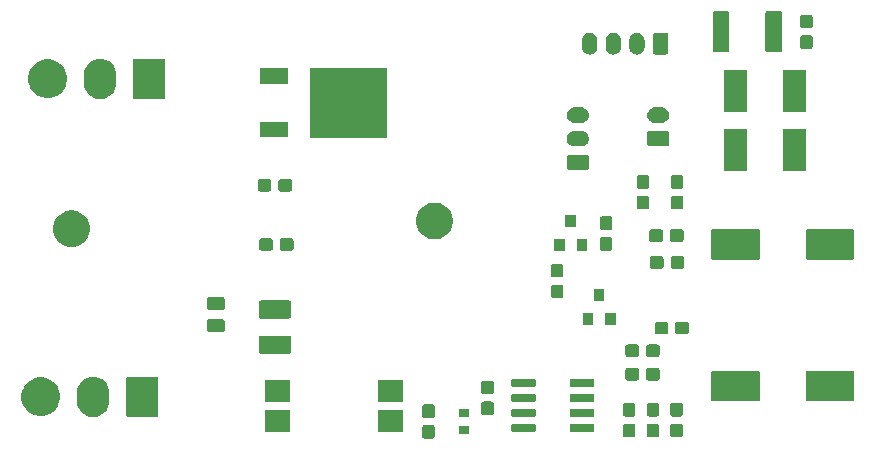
<source format=gbr>
G04 #@! TF.GenerationSoftware,KiCad,Pcbnew,5.1.5-52549c5~84~ubuntu18.04.1*
G04 #@! TF.CreationDate,2020-02-06T22:07:39-05:00*
G04 #@! TF.ProjectId,TSAL,5453414c-2e6b-4696-9361-645f70636258,rev?*
G04 #@! TF.SameCoordinates,Original*
G04 #@! TF.FileFunction,Soldermask,Top*
G04 #@! TF.FilePolarity,Negative*
%FSLAX46Y46*%
G04 Gerber Fmt 4.6, Leading zero omitted, Abs format (unit mm)*
G04 Created by KiCad (PCBNEW 5.1.5-52549c5~84~ubuntu18.04.1) date 2020-02-06 22:07:39*
%MOMM*%
%LPD*%
G04 APERTURE LIST*
%ADD10C,0.100000*%
G04 APERTURE END LIST*
D10*
G36*
X144364499Y-123303445D02*
G01*
X144401995Y-123314820D01*
X144436554Y-123333292D01*
X144466847Y-123358153D01*
X144491708Y-123388446D01*
X144510180Y-123423005D01*
X144521555Y-123460501D01*
X144526000Y-123505638D01*
X144526000Y-124244362D01*
X144521555Y-124289499D01*
X144510180Y-124326995D01*
X144491708Y-124361554D01*
X144466847Y-124391847D01*
X144436554Y-124416708D01*
X144401995Y-124435180D01*
X144364499Y-124446555D01*
X144319362Y-124451000D01*
X143680638Y-124451000D01*
X143635501Y-124446555D01*
X143598005Y-124435180D01*
X143563446Y-124416708D01*
X143533153Y-124391847D01*
X143508292Y-124361554D01*
X143489820Y-124326995D01*
X143478445Y-124289499D01*
X143474000Y-124244362D01*
X143474000Y-123505638D01*
X143478445Y-123460501D01*
X143489820Y-123423005D01*
X143508292Y-123388446D01*
X143533153Y-123358153D01*
X143563446Y-123333292D01*
X143598005Y-123314820D01*
X143635501Y-123303445D01*
X143680638Y-123299000D01*
X144319362Y-123299000D01*
X144364499Y-123303445D01*
G37*
G36*
X165364499Y-123178445D02*
G01*
X165401995Y-123189820D01*
X165436554Y-123208292D01*
X165466847Y-123233153D01*
X165491708Y-123263446D01*
X165510180Y-123298005D01*
X165521555Y-123335501D01*
X165526000Y-123380638D01*
X165526000Y-124119362D01*
X165521555Y-124164499D01*
X165510180Y-124201995D01*
X165491708Y-124236554D01*
X165466847Y-124266847D01*
X165436554Y-124291708D01*
X165401995Y-124310180D01*
X165364499Y-124321555D01*
X165319362Y-124326000D01*
X164680638Y-124326000D01*
X164635501Y-124321555D01*
X164598005Y-124310180D01*
X164563446Y-124291708D01*
X164533153Y-124266847D01*
X164508292Y-124236554D01*
X164489820Y-124201995D01*
X164478445Y-124164499D01*
X164474000Y-124119362D01*
X164474000Y-123380638D01*
X164478445Y-123335501D01*
X164489820Y-123298005D01*
X164508292Y-123263446D01*
X164533153Y-123233153D01*
X164563446Y-123208292D01*
X164598005Y-123189820D01*
X164635501Y-123178445D01*
X164680638Y-123174000D01*
X165319362Y-123174000D01*
X165364499Y-123178445D01*
G37*
G36*
X161364499Y-123178445D02*
G01*
X161401995Y-123189820D01*
X161436554Y-123208292D01*
X161466847Y-123233153D01*
X161491708Y-123263446D01*
X161510180Y-123298005D01*
X161521555Y-123335501D01*
X161526000Y-123380638D01*
X161526000Y-124119362D01*
X161521555Y-124164499D01*
X161510180Y-124201995D01*
X161491708Y-124236554D01*
X161466847Y-124266847D01*
X161436554Y-124291708D01*
X161401995Y-124310180D01*
X161364499Y-124321555D01*
X161319362Y-124326000D01*
X160680638Y-124326000D01*
X160635501Y-124321555D01*
X160598005Y-124310180D01*
X160563446Y-124291708D01*
X160533153Y-124266847D01*
X160508292Y-124236554D01*
X160489820Y-124201995D01*
X160478445Y-124164499D01*
X160474000Y-124119362D01*
X160474000Y-123380638D01*
X160478445Y-123335501D01*
X160489820Y-123298005D01*
X160508292Y-123263446D01*
X160533153Y-123233153D01*
X160563446Y-123208292D01*
X160598005Y-123189820D01*
X160635501Y-123178445D01*
X160680638Y-123174000D01*
X161319362Y-123174000D01*
X161364499Y-123178445D01*
G37*
G36*
X163364499Y-123178445D02*
G01*
X163401995Y-123189820D01*
X163436554Y-123208292D01*
X163466847Y-123233153D01*
X163491708Y-123263446D01*
X163510180Y-123298005D01*
X163521555Y-123335501D01*
X163526000Y-123380638D01*
X163526000Y-124119362D01*
X163521555Y-124164499D01*
X163510180Y-124201995D01*
X163491708Y-124236554D01*
X163466847Y-124266847D01*
X163436554Y-124291708D01*
X163401995Y-124310180D01*
X163364499Y-124321555D01*
X163319362Y-124326000D01*
X162680638Y-124326000D01*
X162635501Y-124321555D01*
X162598005Y-124310180D01*
X162563446Y-124291708D01*
X162533153Y-124266847D01*
X162508292Y-124236554D01*
X162489820Y-124201995D01*
X162478445Y-124164499D01*
X162474000Y-124119362D01*
X162474000Y-123380638D01*
X162478445Y-123335501D01*
X162489820Y-123298005D01*
X162508292Y-123263446D01*
X162533153Y-123233153D01*
X162563446Y-123208292D01*
X162598005Y-123189820D01*
X162635501Y-123178445D01*
X162680638Y-123174000D01*
X163319362Y-123174000D01*
X163364499Y-123178445D01*
G37*
G36*
X147401000Y-124051000D02*
G01*
X146599000Y-124051000D01*
X146599000Y-123349000D01*
X147401000Y-123349000D01*
X147401000Y-124051000D01*
G37*
G36*
X157934928Y-123191764D02*
G01*
X157956009Y-123198160D01*
X157975445Y-123208548D01*
X157992476Y-123222524D01*
X158006452Y-123239555D01*
X158016840Y-123258991D01*
X158023236Y-123280072D01*
X158026000Y-123308140D01*
X158026000Y-123771860D01*
X158023236Y-123799928D01*
X158016840Y-123821009D01*
X158006452Y-123840445D01*
X157992476Y-123857476D01*
X157975445Y-123871452D01*
X157956009Y-123881840D01*
X157934928Y-123888236D01*
X157906860Y-123891000D01*
X156093140Y-123891000D01*
X156065072Y-123888236D01*
X156043991Y-123881840D01*
X156024555Y-123871452D01*
X156007524Y-123857476D01*
X155993548Y-123840445D01*
X155983160Y-123821009D01*
X155976764Y-123799928D01*
X155974000Y-123771860D01*
X155974000Y-123308140D01*
X155976764Y-123280072D01*
X155983160Y-123258991D01*
X155993548Y-123239555D01*
X156007524Y-123222524D01*
X156024555Y-123208548D01*
X156043991Y-123198160D01*
X156065072Y-123191764D01*
X156093140Y-123189000D01*
X157906860Y-123189000D01*
X157934928Y-123191764D01*
G37*
G36*
X152984928Y-123191764D02*
G01*
X153006009Y-123198160D01*
X153025445Y-123208548D01*
X153042476Y-123222524D01*
X153056452Y-123239555D01*
X153066840Y-123258991D01*
X153073236Y-123280072D01*
X153076000Y-123308140D01*
X153076000Y-123771860D01*
X153073236Y-123799928D01*
X153066840Y-123821009D01*
X153056452Y-123840445D01*
X153042476Y-123857476D01*
X153025445Y-123871452D01*
X153006009Y-123881840D01*
X152984928Y-123888236D01*
X152956860Y-123891000D01*
X151143140Y-123891000D01*
X151115072Y-123888236D01*
X151093991Y-123881840D01*
X151074555Y-123871452D01*
X151057524Y-123857476D01*
X151043548Y-123840445D01*
X151033160Y-123821009D01*
X151026764Y-123799928D01*
X151024000Y-123771860D01*
X151024000Y-123308140D01*
X151026764Y-123280072D01*
X151033160Y-123258991D01*
X151043548Y-123239555D01*
X151057524Y-123222524D01*
X151074555Y-123208548D01*
X151093991Y-123198160D01*
X151115072Y-123191764D01*
X151143140Y-123189000D01*
X152956860Y-123189000D01*
X152984928Y-123191764D01*
G37*
G36*
X141833000Y-123877000D02*
G01*
X139731000Y-123877000D01*
X139731000Y-121995000D01*
X141833000Y-121995000D01*
X141833000Y-123877000D01*
G37*
G36*
X132303000Y-123877000D02*
G01*
X130201000Y-123877000D01*
X130201000Y-121995000D01*
X132303000Y-121995000D01*
X132303000Y-123877000D01*
G37*
G36*
X144364499Y-121553445D02*
G01*
X144401995Y-121564820D01*
X144436554Y-121583292D01*
X144466847Y-121608153D01*
X144491708Y-121638446D01*
X144510180Y-121673005D01*
X144521555Y-121710501D01*
X144526000Y-121755638D01*
X144526000Y-122494362D01*
X144521555Y-122539499D01*
X144510180Y-122576995D01*
X144491708Y-122611554D01*
X144466847Y-122641847D01*
X144436554Y-122666708D01*
X144401995Y-122685180D01*
X144364499Y-122696555D01*
X144319362Y-122701000D01*
X143680638Y-122701000D01*
X143635501Y-122696555D01*
X143598005Y-122685180D01*
X143563446Y-122666708D01*
X143533153Y-122641847D01*
X143508292Y-122611554D01*
X143489820Y-122576995D01*
X143478445Y-122539499D01*
X143474000Y-122494362D01*
X143474000Y-121755638D01*
X143478445Y-121710501D01*
X143489820Y-121673005D01*
X143508292Y-121638446D01*
X143533153Y-121608153D01*
X143563446Y-121583292D01*
X143598005Y-121564820D01*
X143635501Y-121553445D01*
X143680638Y-121549000D01*
X144319362Y-121549000D01*
X144364499Y-121553445D01*
G37*
G36*
X147401000Y-122651000D02*
G01*
X146599000Y-122651000D01*
X146599000Y-121949000D01*
X147401000Y-121949000D01*
X147401000Y-122651000D01*
G37*
G36*
X152984928Y-121921764D02*
G01*
X153006009Y-121928160D01*
X153025445Y-121938548D01*
X153042476Y-121952524D01*
X153056452Y-121969555D01*
X153066840Y-121988991D01*
X153073236Y-122010072D01*
X153076000Y-122038140D01*
X153076000Y-122501860D01*
X153073236Y-122529928D01*
X153066840Y-122551009D01*
X153056452Y-122570445D01*
X153042476Y-122587476D01*
X153025445Y-122601452D01*
X153006009Y-122611840D01*
X152984928Y-122618236D01*
X152956860Y-122621000D01*
X151143140Y-122621000D01*
X151115072Y-122618236D01*
X151093991Y-122611840D01*
X151074555Y-122601452D01*
X151057524Y-122587476D01*
X151043548Y-122570445D01*
X151033160Y-122551009D01*
X151026764Y-122529928D01*
X151024000Y-122501860D01*
X151024000Y-122038140D01*
X151026764Y-122010072D01*
X151033160Y-121988991D01*
X151043548Y-121969555D01*
X151057524Y-121952524D01*
X151074555Y-121938548D01*
X151093991Y-121928160D01*
X151115072Y-121921764D01*
X151143140Y-121919000D01*
X152956860Y-121919000D01*
X152984928Y-121921764D01*
G37*
G36*
X157934928Y-121921764D02*
G01*
X157956009Y-121928160D01*
X157975445Y-121938548D01*
X157992476Y-121952524D01*
X158006452Y-121969555D01*
X158016840Y-121988991D01*
X158023236Y-122010072D01*
X158026000Y-122038140D01*
X158026000Y-122501860D01*
X158023236Y-122529928D01*
X158016840Y-122551009D01*
X158006452Y-122570445D01*
X157992476Y-122587476D01*
X157975445Y-122601452D01*
X157956009Y-122611840D01*
X157934928Y-122618236D01*
X157906860Y-122621000D01*
X156093140Y-122621000D01*
X156065072Y-122618236D01*
X156043991Y-122611840D01*
X156024555Y-122601452D01*
X156007524Y-122587476D01*
X155993548Y-122570445D01*
X155983160Y-122551009D01*
X155976764Y-122529928D01*
X155974000Y-122501860D01*
X155974000Y-122038140D01*
X155976764Y-122010072D01*
X155983160Y-121988991D01*
X155993548Y-121969555D01*
X156007524Y-121952524D01*
X156024555Y-121938548D01*
X156043991Y-121928160D01*
X156065072Y-121921764D01*
X156093140Y-121919000D01*
X157906860Y-121919000D01*
X157934928Y-121921764D01*
G37*
G36*
X115889761Y-119222837D02*
G01*
X116148200Y-119301234D01*
X116386372Y-119428539D01*
X116595134Y-119599866D01*
X116766461Y-119808628D01*
X116893766Y-120046800D01*
X116972163Y-120305240D01*
X116992000Y-120506652D01*
X116992000Y-121301349D01*
X116972163Y-121502761D01*
X116893766Y-121761200D01*
X116766461Y-121999372D01*
X116595134Y-122208133D01*
X116386370Y-122379461D01*
X116148199Y-122506766D01*
X115889760Y-122585163D01*
X115621000Y-122611633D01*
X115352239Y-122585163D01*
X115093800Y-122506766D01*
X114855628Y-122379461D01*
X114646867Y-122208134D01*
X114475539Y-121999370D01*
X114348234Y-121761199D01*
X114269837Y-121502760D01*
X114250000Y-121301348D01*
X114250000Y-120506651D01*
X114269837Y-120305239D01*
X114348234Y-120046800D01*
X114475539Y-119808628D01*
X114646866Y-119599867D01*
X114702691Y-119554053D01*
X114855629Y-119428540D01*
X114855628Y-119428540D01*
X114855630Y-119428539D01*
X115093801Y-119301234D01*
X115352240Y-119222837D01*
X115621000Y-119196367D01*
X115889761Y-119222837D01*
G37*
G36*
X121004436Y-119206635D02*
G01*
X121034027Y-119215611D01*
X121061296Y-119230187D01*
X121085198Y-119249802D01*
X121104813Y-119273704D01*
X121119389Y-119300973D01*
X121128365Y-119330564D01*
X121132000Y-119367474D01*
X121132000Y-122440526D01*
X121128365Y-122477436D01*
X121119389Y-122507027D01*
X121104813Y-122534296D01*
X121085198Y-122558198D01*
X121061296Y-122577813D01*
X121034027Y-122592389D01*
X121004436Y-122601365D01*
X120967526Y-122605000D01*
X118554474Y-122605000D01*
X118517564Y-122601365D01*
X118487973Y-122592389D01*
X118460704Y-122577813D01*
X118436802Y-122558198D01*
X118417187Y-122534296D01*
X118402611Y-122507027D01*
X118393635Y-122477436D01*
X118390000Y-122440526D01*
X118390000Y-119367474D01*
X118393635Y-119330564D01*
X118402611Y-119300973D01*
X118417187Y-119273704D01*
X118436802Y-119249802D01*
X118460704Y-119230187D01*
X118487973Y-119215611D01*
X118517564Y-119206635D01*
X118554474Y-119203000D01*
X120967526Y-119203000D01*
X121004436Y-119206635D01*
G37*
G36*
X165364499Y-121428445D02*
G01*
X165401995Y-121439820D01*
X165436554Y-121458292D01*
X165466847Y-121483153D01*
X165491708Y-121513446D01*
X165510180Y-121548005D01*
X165521555Y-121585501D01*
X165526000Y-121630638D01*
X165526000Y-122369362D01*
X165521555Y-122414499D01*
X165510180Y-122451995D01*
X165491708Y-122486554D01*
X165466847Y-122516847D01*
X165436554Y-122541708D01*
X165401995Y-122560180D01*
X165364499Y-122571555D01*
X165319362Y-122576000D01*
X164680638Y-122576000D01*
X164635501Y-122571555D01*
X164598005Y-122560180D01*
X164563446Y-122541708D01*
X164533153Y-122516847D01*
X164508292Y-122486554D01*
X164489820Y-122451995D01*
X164478445Y-122414499D01*
X164474000Y-122369362D01*
X164474000Y-121630638D01*
X164478445Y-121585501D01*
X164489820Y-121548005D01*
X164508292Y-121513446D01*
X164533153Y-121483153D01*
X164563446Y-121458292D01*
X164598005Y-121439820D01*
X164635501Y-121428445D01*
X164680638Y-121424000D01*
X165319362Y-121424000D01*
X165364499Y-121428445D01*
G37*
G36*
X161364499Y-121428445D02*
G01*
X161401995Y-121439820D01*
X161436554Y-121458292D01*
X161466847Y-121483153D01*
X161491708Y-121513446D01*
X161510180Y-121548005D01*
X161521555Y-121585501D01*
X161526000Y-121630638D01*
X161526000Y-122369362D01*
X161521555Y-122414499D01*
X161510180Y-122451995D01*
X161491708Y-122486554D01*
X161466847Y-122516847D01*
X161436554Y-122541708D01*
X161401995Y-122560180D01*
X161364499Y-122571555D01*
X161319362Y-122576000D01*
X160680638Y-122576000D01*
X160635501Y-122571555D01*
X160598005Y-122560180D01*
X160563446Y-122541708D01*
X160533153Y-122516847D01*
X160508292Y-122486554D01*
X160489820Y-122451995D01*
X160478445Y-122414499D01*
X160474000Y-122369362D01*
X160474000Y-121630638D01*
X160478445Y-121585501D01*
X160489820Y-121548005D01*
X160508292Y-121513446D01*
X160533153Y-121483153D01*
X160563446Y-121458292D01*
X160598005Y-121439820D01*
X160635501Y-121428445D01*
X160680638Y-121424000D01*
X161319362Y-121424000D01*
X161364499Y-121428445D01*
G37*
G36*
X163364499Y-121428445D02*
G01*
X163401995Y-121439820D01*
X163436554Y-121458292D01*
X163466847Y-121483153D01*
X163491708Y-121513446D01*
X163510180Y-121548005D01*
X163521555Y-121585501D01*
X163526000Y-121630638D01*
X163526000Y-122369362D01*
X163521555Y-122414499D01*
X163510180Y-122451995D01*
X163491708Y-122486554D01*
X163466847Y-122516847D01*
X163436554Y-122541708D01*
X163401995Y-122560180D01*
X163364499Y-122571555D01*
X163319362Y-122576000D01*
X162680638Y-122576000D01*
X162635501Y-122571555D01*
X162598005Y-122560180D01*
X162563446Y-122541708D01*
X162533153Y-122516847D01*
X162508292Y-122486554D01*
X162489820Y-122451995D01*
X162478445Y-122414499D01*
X162474000Y-122369362D01*
X162474000Y-121630638D01*
X162478445Y-121585501D01*
X162489820Y-121548005D01*
X162508292Y-121513446D01*
X162533153Y-121483153D01*
X162563446Y-121458292D01*
X162598005Y-121439820D01*
X162635501Y-121428445D01*
X162680638Y-121424000D01*
X163319362Y-121424000D01*
X163364499Y-121428445D01*
G37*
G36*
X111659661Y-119326062D02*
G01*
X111958303Y-119449764D01*
X111958305Y-119449765D01*
X112227076Y-119629352D01*
X112455648Y-119857924D01*
X112604703Y-120081000D01*
X112635236Y-120126697D01*
X112758938Y-120425339D01*
X112822000Y-120742374D01*
X112822000Y-121065626D01*
X112758938Y-121382661D01*
X112665536Y-121608153D01*
X112635235Y-121681305D01*
X112455648Y-121950076D01*
X112227076Y-122178648D01*
X111958305Y-122358235D01*
X111958304Y-122358236D01*
X111958303Y-122358236D01*
X111659661Y-122481938D01*
X111342626Y-122545000D01*
X111019374Y-122545000D01*
X110702339Y-122481938D01*
X110403697Y-122358236D01*
X110403696Y-122358236D01*
X110403695Y-122358235D01*
X110134924Y-122178648D01*
X109906352Y-121950076D01*
X109726765Y-121681305D01*
X109696464Y-121608153D01*
X109603062Y-121382661D01*
X109540000Y-121065626D01*
X109540000Y-120742374D01*
X109603062Y-120425339D01*
X109726764Y-120126697D01*
X109757298Y-120081000D01*
X109906352Y-119857924D01*
X110134924Y-119629352D01*
X110403695Y-119449765D01*
X110403697Y-119449764D01*
X110702339Y-119326062D01*
X111019374Y-119263000D01*
X111342626Y-119263000D01*
X111659661Y-119326062D01*
G37*
G36*
X149364499Y-121303445D02*
G01*
X149401995Y-121314820D01*
X149436554Y-121333292D01*
X149466847Y-121358153D01*
X149491708Y-121388446D01*
X149510180Y-121423005D01*
X149521555Y-121460501D01*
X149526000Y-121505638D01*
X149526000Y-122244362D01*
X149521555Y-122289499D01*
X149510180Y-122326995D01*
X149491708Y-122361554D01*
X149466847Y-122391847D01*
X149436554Y-122416708D01*
X149401995Y-122435180D01*
X149364499Y-122446555D01*
X149319362Y-122451000D01*
X148680638Y-122451000D01*
X148635501Y-122446555D01*
X148598005Y-122435180D01*
X148563446Y-122416708D01*
X148533153Y-122391847D01*
X148508292Y-122361554D01*
X148489820Y-122326995D01*
X148478445Y-122289499D01*
X148474000Y-122244362D01*
X148474000Y-121505638D01*
X148478445Y-121460501D01*
X148489820Y-121423005D01*
X148508292Y-121388446D01*
X148533153Y-121358153D01*
X148563446Y-121333292D01*
X148598005Y-121314820D01*
X148635501Y-121303445D01*
X148680638Y-121299000D01*
X149319362Y-121299000D01*
X149364499Y-121303445D01*
G37*
G36*
X152984928Y-120651764D02*
G01*
X153006009Y-120658160D01*
X153025445Y-120668548D01*
X153042476Y-120682524D01*
X153056452Y-120699555D01*
X153066840Y-120718991D01*
X153073236Y-120740072D01*
X153076000Y-120768140D01*
X153076000Y-121231860D01*
X153073236Y-121259928D01*
X153066840Y-121281009D01*
X153056452Y-121300445D01*
X153042476Y-121317476D01*
X153025445Y-121331452D01*
X153006009Y-121341840D01*
X152984928Y-121348236D01*
X152956860Y-121351000D01*
X151143140Y-121351000D01*
X151115072Y-121348236D01*
X151093991Y-121341840D01*
X151074555Y-121331452D01*
X151057524Y-121317476D01*
X151043548Y-121300445D01*
X151033160Y-121281009D01*
X151026764Y-121259928D01*
X151024000Y-121231860D01*
X151024000Y-120768140D01*
X151026764Y-120740072D01*
X151033160Y-120718991D01*
X151043548Y-120699555D01*
X151057524Y-120682524D01*
X151074555Y-120668548D01*
X151093991Y-120658160D01*
X151115072Y-120651764D01*
X151143140Y-120649000D01*
X152956860Y-120649000D01*
X152984928Y-120651764D01*
G37*
G36*
X157934928Y-120651764D02*
G01*
X157956009Y-120658160D01*
X157975445Y-120668548D01*
X157992476Y-120682524D01*
X158006452Y-120699555D01*
X158016840Y-120718991D01*
X158023236Y-120740072D01*
X158026000Y-120768140D01*
X158026000Y-121231860D01*
X158023236Y-121259928D01*
X158016840Y-121281009D01*
X158006452Y-121300445D01*
X157992476Y-121317476D01*
X157975445Y-121331452D01*
X157956009Y-121341840D01*
X157934928Y-121348236D01*
X157906860Y-121351000D01*
X156093140Y-121351000D01*
X156065072Y-121348236D01*
X156043991Y-121341840D01*
X156024555Y-121331452D01*
X156007524Y-121317476D01*
X155993548Y-121300445D01*
X155983160Y-121281009D01*
X155976764Y-121259928D01*
X155974000Y-121231860D01*
X155974000Y-120768140D01*
X155976764Y-120740072D01*
X155983160Y-120718991D01*
X155993548Y-120699555D01*
X156007524Y-120682524D01*
X156024555Y-120668548D01*
X156043991Y-120658160D01*
X156065072Y-120651764D01*
X156093140Y-120649000D01*
X157906860Y-120649000D01*
X157934928Y-120651764D01*
G37*
G36*
X141833000Y-121337000D02*
G01*
X139731000Y-121337000D01*
X139731000Y-119455000D01*
X141833000Y-119455000D01*
X141833000Y-121337000D01*
G37*
G36*
X132303000Y-121337000D02*
G01*
X130201000Y-121337000D01*
X130201000Y-119455000D01*
X132303000Y-119455000D01*
X132303000Y-121337000D01*
G37*
G36*
X171921934Y-118702671D02*
G01*
X171951877Y-118711754D01*
X171979465Y-118726500D01*
X172003651Y-118746349D01*
X172023500Y-118770535D01*
X172038246Y-118798123D01*
X172047329Y-118828066D01*
X172051000Y-118865340D01*
X172051000Y-121134660D01*
X172047329Y-121171934D01*
X172038246Y-121201877D01*
X172023500Y-121229465D01*
X172003651Y-121253651D01*
X171979465Y-121273500D01*
X171951877Y-121288246D01*
X171921934Y-121297329D01*
X171884660Y-121301000D01*
X168115340Y-121301000D01*
X168078066Y-121297329D01*
X168048123Y-121288246D01*
X168020535Y-121273500D01*
X167996349Y-121253651D01*
X167976500Y-121229465D01*
X167961754Y-121201877D01*
X167952671Y-121171934D01*
X167949000Y-121134660D01*
X167949000Y-118865340D01*
X167952671Y-118828066D01*
X167961754Y-118798123D01*
X167976500Y-118770535D01*
X167996349Y-118746349D01*
X168020535Y-118726500D01*
X168048123Y-118711754D01*
X168078066Y-118702671D01*
X168115340Y-118699000D01*
X171884660Y-118699000D01*
X171921934Y-118702671D01*
G37*
G36*
X179921934Y-118702671D02*
G01*
X179951877Y-118711754D01*
X179979465Y-118726500D01*
X180003651Y-118746349D01*
X180023500Y-118770535D01*
X180038246Y-118798123D01*
X180047329Y-118828066D01*
X180051000Y-118865340D01*
X180051000Y-121134660D01*
X180047329Y-121171934D01*
X180038246Y-121201877D01*
X180023500Y-121229465D01*
X180003651Y-121253651D01*
X179979465Y-121273500D01*
X179951877Y-121288246D01*
X179921934Y-121297329D01*
X179884660Y-121301000D01*
X176115340Y-121301000D01*
X176078066Y-121297329D01*
X176048123Y-121288246D01*
X176020535Y-121273500D01*
X175996349Y-121253651D01*
X175976500Y-121229465D01*
X175961754Y-121201877D01*
X175952671Y-121171934D01*
X175949000Y-121134660D01*
X175949000Y-118865340D01*
X175952671Y-118828066D01*
X175961754Y-118798123D01*
X175976500Y-118770535D01*
X175996349Y-118746349D01*
X176020535Y-118726500D01*
X176048123Y-118711754D01*
X176078066Y-118702671D01*
X176115340Y-118699000D01*
X179884660Y-118699000D01*
X179921934Y-118702671D01*
G37*
G36*
X149364499Y-119553445D02*
G01*
X149401995Y-119564820D01*
X149436554Y-119583292D01*
X149466847Y-119608153D01*
X149491708Y-119638446D01*
X149510180Y-119673005D01*
X149521555Y-119710501D01*
X149526000Y-119755638D01*
X149526000Y-120494362D01*
X149521555Y-120539499D01*
X149510180Y-120576995D01*
X149491708Y-120611554D01*
X149466847Y-120641847D01*
X149436554Y-120666708D01*
X149401995Y-120685180D01*
X149364499Y-120696555D01*
X149319362Y-120701000D01*
X148680638Y-120701000D01*
X148635501Y-120696555D01*
X148598005Y-120685180D01*
X148563446Y-120666708D01*
X148533153Y-120641847D01*
X148508292Y-120611554D01*
X148489820Y-120576995D01*
X148478445Y-120539499D01*
X148474000Y-120494362D01*
X148474000Y-119755638D01*
X148478445Y-119710501D01*
X148489820Y-119673005D01*
X148508292Y-119638446D01*
X148533153Y-119608153D01*
X148563446Y-119583292D01*
X148598005Y-119564820D01*
X148635501Y-119553445D01*
X148680638Y-119549000D01*
X149319362Y-119549000D01*
X149364499Y-119553445D01*
G37*
G36*
X157934928Y-119381764D02*
G01*
X157956009Y-119388160D01*
X157975445Y-119398548D01*
X157992476Y-119412524D01*
X158006452Y-119429555D01*
X158016840Y-119448991D01*
X158023236Y-119470072D01*
X158026000Y-119498140D01*
X158026000Y-119961860D01*
X158023236Y-119989928D01*
X158016840Y-120011009D01*
X158006452Y-120030445D01*
X157992476Y-120047476D01*
X157975445Y-120061452D01*
X157956009Y-120071840D01*
X157934928Y-120078236D01*
X157906860Y-120081000D01*
X156093140Y-120081000D01*
X156065072Y-120078236D01*
X156043991Y-120071840D01*
X156024555Y-120061452D01*
X156007524Y-120047476D01*
X155993548Y-120030445D01*
X155983160Y-120011009D01*
X155976764Y-119989928D01*
X155974000Y-119961860D01*
X155974000Y-119498140D01*
X155976764Y-119470072D01*
X155983160Y-119448991D01*
X155993548Y-119429555D01*
X156007524Y-119412524D01*
X156024555Y-119398548D01*
X156043991Y-119388160D01*
X156065072Y-119381764D01*
X156093140Y-119379000D01*
X157906860Y-119379000D01*
X157934928Y-119381764D01*
G37*
G36*
X152984928Y-119381764D02*
G01*
X153006009Y-119388160D01*
X153025445Y-119398548D01*
X153042476Y-119412524D01*
X153056452Y-119429555D01*
X153066840Y-119448991D01*
X153073236Y-119470072D01*
X153076000Y-119498140D01*
X153076000Y-119961860D01*
X153073236Y-119989928D01*
X153066840Y-120011009D01*
X153056452Y-120030445D01*
X153042476Y-120047476D01*
X153025445Y-120061452D01*
X153006009Y-120071840D01*
X152984928Y-120078236D01*
X152956860Y-120081000D01*
X151143140Y-120081000D01*
X151115072Y-120078236D01*
X151093991Y-120071840D01*
X151074555Y-120061452D01*
X151057524Y-120047476D01*
X151043548Y-120030445D01*
X151033160Y-120011009D01*
X151026764Y-119989928D01*
X151024000Y-119961860D01*
X151024000Y-119498140D01*
X151026764Y-119470072D01*
X151033160Y-119448991D01*
X151043548Y-119429555D01*
X151057524Y-119412524D01*
X151074555Y-119398548D01*
X151093991Y-119388160D01*
X151115072Y-119381764D01*
X151143140Y-119379000D01*
X152956860Y-119379000D01*
X152984928Y-119381764D01*
G37*
G36*
X161664499Y-118478445D02*
G01*
X161701995Y-118489820D01*
X161736554Y-118508292D01*
X161766847Y-118533153D01*
X161791708Y-118563446D01*
X161810180Y-118598005D01*
X161821555Y-118635501D01*
X161826000Y-118680638D01*
X161826000Y-119319362D01*
X161821555Y-119364499D01*
X161810180Y-119401995D01*
X161791708Y-119436554D01*
X161766847Y-119466847D01*
X161736554Y-119491708D01*
X161701995Y-119510180D01*
X161664499Y-119521555D01*
X161619362Y-119526000D01*
X160880638Y-119526000D01*
X160835501Y-119521555D01*
X160798005Y-119510180D01*
X160763446Y-119491708D01*
X160733153Y-119466847D01*
X160708292Y-119436554D01*
X160689820Y-119401995D01*
X160678445Y-119364499D01*
X160674000Y-119319362D01*
X160674000Y-118680638D01*
X160678445Y-118635501D01*
X160689820Y-118598005D01*
X160708292Y-118563446D01*
X160733153Y-118533153D01*
X160763446Y-118508292D01*
X160798005Y-118489820D01*
X160835501Y-118478445D01*
X160880638Y-118474000D01*
X161619362Y-118474000D01*
X161664499Y-118478445D01*
G37*
G36*
X163414499Y-118478445D02*
G01*
X163451995Y-118489820D01*
X163486554Y-118508292D01*
X163516847Y-118533153D01*
X163541708Y-118563446D01*
X163560180Y-118598005D01*
X163571555Y-118635501D01*
X163576000Y-118680638D01*
X163576000Y-119319362D01*
X163571555Y-119364499D01*
X163560180Y-119401995D01*
X163541708Y-119436554D01*
X163516847Y-119466847D01*
X163486554Y-119491708D01*
X163451995Y-119510180D01*
X163414499Y-119521555D01*
X163369362Y-119526000D01*
X162630638Y-119526000D01*
X162585501Y-119521555D01*
X162548005Y-119510180D01*
X162513446Y-119491708D01*
X162483153Y-119466847D01*
X162458292Y-119436554D01*
X162439820Y-119401995D01*
X162428445Y-119364499D01*
X162424000Y-119319362D01*
X162424000Y-118680638D01*
X162428445Y-118635501D01*
X162439820Y-118598005D01*
X162458292Y-118563446D01*
X162483153Y-118533153D01*
X162513446Y-118508292D01*
X162548005Y-118489820D01*
X162585501Y-118478445D01*
X162630638Y-118474000D01*
X163369362Y-118474000D01*
X163414499Y-118478445D01*
G37*
G36*
X163414499Y-116478445D02*
G01*
X163451995Y-116489820D01*
X163486554Y-116508292D01*
X163516847Y-116533153D01*
X163541708Y-116563446D01*
X163560180Y-116598005D01*
X163571555Y-116635501D01*
X163576000Y-116680638D01*
X163576000Y-117319362D01*
X163571555Y-117364499D01*
X163560180Y-117401995D01*
X163541708Y-117436554D01*
X163516847Y-117466847D01*
X163486554Y-117491708D01*
X163451995Y-117510180D01*
X163414499Y-117521555D01*
X163369362Y-117526000D01*
X162630638Y-117526000D01*
X162585501Y-117521555D01*
X162548005Y-117510180D01*
X162513446Y-117491708D01*
X162483153Y-117466847D01*
X162458292Y-117436554D01*
X162439820Y-117401995D01*
X162428445Y-117364499D01*
X162424000Y-117319362D01*
X162424000Y-116680638D01*
X162428445Y-116635501D01*
X162439820Y-116598005D01*
X162458292Y-116563446D01*
X162483153Y-116533153D01*
X162513446Y-116508292D01*
X162548005Y-116489820D01*
X162585501Y-116478445D01*
X162630638Y-116474000D01*
X163369362Y-116474000D01*
X163414499Y-116478445D01*
G37*
G36*
X161664499Y-116478445D02*
G01*
X161701995Y-116489820D01*
X161736554Y-116508292D01*
X161766847Y-116533153D01*
X161791708Y-116563446D01*
X161810180Y-116598005D01*
X161821555Y-116635501D01*
X161826000Y-116680638D01*
X161826000Y-117319362D01*
X161821555Y-117364499D01*
X161810180Y-117401995D01*
X161791708Y-117436554D01*
X161766847Y-117466847D01*
X161736554Y-117491708D01*
X161701995Y-117510180D01*
X161664499Y-117521555D01*
X161619362Y-117526000D01*
X160880638Y-117526000D01*
X160835501Y-117521555D01*
X160798005Y-117510180D01*
X160763446Y-117491708D01*
X160733153Y-117466847D01*
X160708292Y-117436554D01*
X160689820Y-117401995D01*
X160678445Y-117364499D01*
X160674000Y-117319362D01*
X160674000Y-116680638D01*
X160678445Y-116635501D01*
X160689820Y-116598005D01*
X160708292Y-116563446D01*
X160733153Y-116533153D01*
X160763446Y-116508292D01*
X160798005Y-116489820D01*
X160835501Y-116478445D01*
X160880638Y-116474000D01*
X161619362Y-116474000D01*
X161664499Y-116478445D01*
G37*
G36*
X132225562Y-115728181D02*
G01*
X132260481Y-115738774D01*
X132292663Y-115755976D01*
X132320873Y-115779127D01*
X132344024Y-115807337D01*
X132361226Y-115839519D01*
X132371819Y-115874438D01*
X132376000Y-115916895D01*
X132376000Y-117058105D01*
X132371819Y-117100562D01*
X132361226Y-117135481D01*
X132344024Y-117167663D01*
X132320873Y-117195873D01*
X132292663Y-117219024D01*
X132260481Y-117236226D01*
X132225562Y-117246819D01*
X132183105Y-117251000D01*
X129816895Y-117251000D01*
X129774438Y-117246819D01*
X129739519Y-117236226D01*
X129707337Y-117219024D01*
X129679127Y-117195873D01*
X129655976Y-117167663D01*
X129638774Y-117135481D01*
X129628181Y-117100562D01*
X129624000Y-117058105D01*
X129624000Y-115916895D01*
X129628181Y-115874438D01*
X129638774Y-115839519D01*
X129655976Y-115807337D01*
X129679127Y-115779127D01*
X129707337Y-115755976D01*
X129739519Y-115738774D01*
X129774438Y-115728181D01*
X129816895Y-115724000D01*
X132183105Y-115724000D01*
X132225562Y-115728181D01*
G37*
G36*
X165889499Y-114578445D02*
G01*
X165926995Y-114589820D01*
X165961554Y-114608292D01*
X165991847Y-114633153D01*
X166016708Y-114663446D01*
X166035180Y-114698005D01*
X166046555Y-114735501D01*
X166051000Y-114780638D01*
X166051000Y-115419362D01*
X166046555Y-115464499D01*
X166035180Y-115501995D01*
X166016708Y-115536554D01*
X165991847Y-115566847D01*
X165961554Y-115591708D01*
X165926995Y-115610180D01*
X165889499Y-115621555D01*
X165844362Y-115626000D01*
X165105638Y-115626000D01*
X165060501Y-115621555D01*
X165023005Y-115610180D01*
X164988446Y-115591708D01*
X164958153Y-115566847D01*
X164933292Y-115536554D01*
X164914820Y-115501995D01*
X164903445Y-115464499D01*
X164899000Y-115419362D01*
X164899000Y-114780638D01*
X164903445Y-114735501D01*
X164914820Y-114698005D01*
X164933292Y-114663446D01*
X164958153Y-114633153D01*
X164988446Y-114608292D01*
X165023005Y-114589820D01*
X165060501Y-114578445D01*
X165105638Y-114574000D01*
X165844362Y-114574000D01*
X165889499Y-114578445D01*
G37*
G36*
X164139499Y-114578445D02*
G01*
X164176995Y-114589820D01*
X164211554Y-114608292D01*
X164241847Y-114633153D01*
X164266708Y-114663446D01*
X164285180Y-114698005D01*
X164296555Y-114735501D01*
X164301000Y-114780638D01*
X164301000Y-115419362D01*
X164296555Y-115464499D01*
X164285180Y-115501995D01*
X164266708Y-115536554D01*
X164241847Y-115566847D01*
X164211554Y-115591708D01*
X164176995Y-115610180D01*
X164139499Y-115621555D01*
X164094362Y-115626000D01*
X163355638Y-115626000D01*
X163310501Y-115621555D01*
X163273005Y-115610180D01*
X163238446Y-115591708D01*
X163208153Y-115566847D01*
X163183292Y-115536554D01*
X163164820Y-115501995D01*
X163153445Y-115464499D01*
X163149000Y-115419362D01*
X163149000Y-114780638D01*
X163153445Y-114735501D01*
X163164820Y-114698005D01*
X163183292Y-114663446D01*
X163208153Y-114633153D01*
X163238446Y-114608292D01*
X163273005Y-114589820D01*
X163310501Y-114578445D01*
X163355638Y-114574000D01*
X164094362Y-114574000D01*
X164139499Y-114578445D01*
G37*
G36*
X126584468Y-114341065D02*
G01*
X126623138Y-114352796D01*
X126658777Y-114371846D01*
X126690017Y-114397483D01*
X126715654Y-114428723D01*
X126734704Y-114464362D01*
X126746435Y-114503032D01*
X126751000Y-114549388D01*
X126751000Y-115200612D01*
X126746435Y-115246968D01*
X126734704Y-115285638D01*
X126715654Y-115321277D01*
X126690017Y-115352517D01*
X126658777Y-115378154D01*
X126623138Y-115397204D01*
X126584468Y-115408935D01*
X126538112Y-115413500D01*
X125461888Y-115413500D01*
X125415532Y-115408935D01*
X125376862Y-115397204D01*
X125341223Y-115378154D01*
X125309983Y-115352517D01*
X125284346Y-115321277D01*
X125265296Y-115285638D01*
X125253565Y-115246968D01*
X125249000Y-115200612D01*
X125249000Y-114549388D01*
X125253565Y-114503032D01*
X125265296Y-114464362D01*
X125284346Y-114428723D01*
X125309983Y-114397483D01*
X125341223Y-114371846D01*
X125376862Y-114352796D01*
X125415532Y-114341065D01*
X125461888Y-114336500D01*
X126538112Y-114336500D01*
X126584468Y-114341065D01*
G37*
G36*
X159851000Y-114801000D02*
G01*
X158949000Y-114801000D01*
X158949000Y-113799000D01*
X159851000Y-113799000D01*
X159851000Y-114801000D01*
G37*
G36*
X157951000Y-114801000D02*
G01*
X157049000Y-114801000D01*
X157049000Y-113799000D01*
X157951000Y-113799000D01*
X157951000Y-114801000D01*
G37*
G36*
X132225562Y-112753181D02*
G01*
X132260481Y-112763774D01*
X132292663Y-112780976D01*
X132320873Y-112804127D01*
X132344024Y-112832337D01*
X132361226Y-112864519D01*
X132371819Y-112899438D01*
X132376000Y-112941895D01*
X132376000Y-114083105D01*
X132371819Y-114125562D01*
X132361226Y-114160481D01*
X132344024Y-114192663D01*
X132320873Y-114220873D01*
X132292663Y-114244024D01*
X132260481Y-114261226D01*
X132225562Y-114271819D01*
X132183105Y-114276000D01*
X129816895Y-114276000D01*
X129774438Y-114271819D01*
X129739519Y-114261226D01*
X129707337Y-114244024D01*
X129679127Y-114220873D01*
X129655976Y-114192663D01*
X129638774Y-114160481D01*
X129628181Y-114125562D01*
X129624000Y-114083105D01*
X129624000Y-112941895D01*
X129628181Y-112899438D01*
X129638774Y-112864519D01*
X129655976Y-112832337D01*
X129679127Y-112804127D01*
X129707337Y-112780976D01*
X129739519Y-112763774D01*
X129774438Y-112753181D01*
X129816895Y-112749000D01*
X132183105Y-112749000D01*
X132225562Y-112753181D01*
G37*
G36*
X126584468Y-112466065D02*
G01*
X126623138Y-112477796D01*
X126658777Y-112496846D01*
X126690017Y-112522483D01*
X126715654Y-112553723D01*
X126734704Y-112589362D01*
X126746435Y-112628032D01*
X126751000Y-112674388D01*
X126751000Y-113325612D01*
X126746435Y-113371968D01*
X126734704Y-113410638D01*
X126715654Y-113446277D01*
X126690017Y-113477517D01*
X126658777Y-113503154D01*
X126623138Y-113522204D01*
X126584468Y-113533935D01*
X126538112Y-113538500D01*
X125461888Y-113538500D01*
X125415532Y-113533935D01*
X125376862Y-113522204D01*
X125341223Y-113503154D01*
X125309983Y-113477517D01*
X125284346Y-113446277D01*
X125265296Y-113410638D01*
X125253565Y-113371968D01*
X125249000Y-113325612D01*
X125249000Y-112674388D01*
X125253565Y-112628032D01*
X125265296Y-112589362D01*
X125284346Y-112553723D01*
X125309983Y-112522483D01*
X125341223Y-112496846D01*
X125376862Y-112477796D01*
X125415532Y-112466065D01*
X125461888Y-112461500D01*
X126538112Y-112461500D01*
X126584468Y-112466065D01*
G37*
G36*
X158901000Y-112801000D02*
G01*
X157999000Y-112801000D01*
X157999000Y-111799000D01*
X158901000Y-111799000D01*
X158901000Y-112801000D01*
G37*
G36*
X155264499Y-111403445D02*
G01*
X155301995Y-111414820D01*
X155336554Y-111433292D01*
X155366847Y-111458153D01*
X155391708Y-111488446D01*
X155410180Y-111523005D01*
X155421555Y-111560501D01*
X155426000Y-111605638D01*
X155426000Y-112344362D01*
X155421555Y-112389499D01*
X155410180Y-112426995D01*
X155391708Y-112461554D01*
X155366847Y-112491847D01*
X155336554Y-112516708D01*
X155301995Y-112535180D01*
X155264499Y-112546555D01*
X155219362Y-112551000D01*
X154580638Y-112551000D01*
X154535501Y-112546555D01*
X154498005Y-112535180D01*
X154463446Y-112516708D01*
X154433153Y-112491847D01*
X154408292Y-112461554D01*
X154389820Y-112426995D01*
X154378445Y-112389499D01*
X154374000Y-112344362D01*
X154374000Y-111605638D01*
X154378445Y-111560501D01*
X154389820Y-111523005D01*
X154408292Y-111488446D01*
X154433153Y-111458153D01*
X154463446Y-111433292D01*
X154498005Y-111414820D01*
X154535501Y-111403445D01*
X154580638Y-111399000D01*
X155219362Y-111399000D01*
X155264499Y-111403445D01*
G37*
G36*
X155264499Y-109653445D02*
G01*
X155301995Y-109664820D01*
X155336554Y-109683292D01*
X155366847Y-109708153D01*
X155391708Y-109738446D01*
X155410180Y-109773005D01*
X155421555Y-109810501D01*
X155426000Y-109855638D01*
X155426000Y-110594362D01*
X155421555Y-110639499D01*
X155410180Y-110676995D01*
X155391708Y-110711554D01*
X155366847Y-110741847D01*
X155336554Y-110766708D01*
X155301995Y-110785180D01*
X155264499Y-110796555D01*
X155219362Y-110801000D01*
X154580638Y-110801000D01*
X154535501Y-110796555D01*
X154498005Y-110785180D01*
X154463446Y-110766708D01*
X154433153Y-110741847D01*
X154408292Y-110711554D01*
X154389820Y-110676995D01*
X154378445Y-110639499D01*
X154374000Y-110594362D01*
X154374000Y-109855638D01*
X154378445Y-109810501D01*
X154389820Y-109773005D01*
X154408292Y-109738446D01*
X154433153Y-109708153D01*
X154463446Y-109683292D01*
X154498005Y-109664820D01*
X154535501Y-109653445D01*
X154580638Y-109649000D01*
X155219362Y-109649000D01*
X155264499Y-109653445D01*
G37*
G36*
X165489499Y-109003445D02*
G01*
X165526995Y-109014820D01*
X165561554Y-109033292D01*
X165591847Y-109058153D01*
X165616708Y-109088446D01*
X165635180Y-109123005D01*
X165646555Y-109160501D01*
X165651000Y-109205638D01*
X165651000Y-109844362D01*
X165646555Y-109889499D01*
X165635180Y-109926995D01*
X165616708Y-109961554D01*
X165591847Y-109991847D01*
X165561554Y-110016708D01*
X165526995Y-110035180D01*
X165489499Y-110046555D01*
X165444362Y-110051000D01*
X164705638Y-110051000D01*
X164660501Y-110046555D01*
X164623005Y-110035180D01*
X164588446Y-110016708D01*
X164558153Y-109991847D01*
X164533292Y-109961554D01*
X164514820Y-109926995D01*
X164503445Y-109889499D01*
X164499000Y-109844362D01*
X164499000Y-109205638D01*
X164503445Y-109160501D01*
X164514820Y-109123005D01*
X164533292Y-109088446D01*
X164558153Y-109058153D01*
X164588446Y-109033292D01*
X164623005Y-109014820D01*
X164660501Y-109003445D01*
X164705638Y-108999000D01*
X165444362Y-108999000D01*
X165489499Y-109003445D01*
G37*
G36*
X163739499Y-109003445D02*
G01*
X163776995Y-109014820D01*
X163811554Y-109033292D01*
X163841847Y-109058153D01*
X163866708Y-109088446D01*
X163885180Y-109123005D01*
X163896555Y-109160501D01*
X163901000Y-109205638D01*
X163901000Y-109844362D01*
X163896555Y-109889499D01*
X163885180Y-109926995D01*
X163866708Y-109961554D01*
X163841847Y-109991847D01*
X163811554Y-110016708D01*
X163776995Y-110035180D01*
X163739499Y-110046555D01*
X163694362Y-110051000D01*
X162955638Y-110051000D01*
X162910501Y-110046555D01*
X162873005Y-110035180D01*
X162838446Y-110016708D01*
X162808153Y-109991847D01*
X162783292Y-109961554D01*
X162764820Y-109926995D01*
X162753445Y-109889499D01*
X162749000Y-109844362D01*
X162749000Y-109205638D01*
X162753445Y-109160501D01*
X162764820Y-109123005D01*
X162783292Y-109088446D01*
X162808153Y-109058153D01*
X162838446Y-109033292D01*
X162873005Y-109014820D01*
X162910501Y-109003445D01*
X162955638Y-108999000D01*
X163694362Y-108999000D01*
X163739499Y-109003445D01*
G37*
G36*
X179921934Y-106702671D02*
G01*
X179951877Y-106711754D01*
X179979465Y-106726500D01*
X180003651Y-106746349D01*
X180023500Y-106770535D01*
X180038246Y-106798123D01*
X180047329Y-106828066D01*
X180051000Y-106865340D01*
X180051000Y-109134660D01*
X180047329Y-109171934D01*
X180038246Y-109201877D01*
X180023500Y-109229465D01*
X180003651Y-109253651D01*
X179979465Y-109273500D01*
X179951877Y-109288246D01*
X179921934Y-109297329D01*
X179884660Y-109301000D01*
X176115340Y-109301000D01*
X176078066Y-109297329D01*
X176048123Y-109288246D01*
X176020535Y-109273500D01*
X175996349Y-109253651D01*
X175976500Y-109229465D01*
X175961754Y-109201877D01*
X175952671Y-109171934D01*
X175949000Y-109134660D01*
X175949000Y-106865340D01*
X175952671Y-106828066D01*
X175961754Y-106798123D01*
X175976500Y-106770535D01*
X175996349Y-106746349D01*
X176020535Y-106726500D01*
X176048123Y-106711754D01*
X176078066Y-106702671D01*
X176115340Y-106699000D01*
X179884660Y-106699000D01*
X179921934Y-106702671D01*
G37*
G36*
X171921934Y-106702671D02*
G01*
X171951877Y-106711754D01*
X171979465Y-106726500D01*
X172003651Y-106746349D01*
X172023500Y-106770535D01*
X172038246Y-106798123D01*
X172047329Y-106828066D01*
X172051000Y-106865340D01*
X172051000Y-109134660D01*
X172047329Y-109171934D01*
X172038246Y-109201877D01*
X172023500Y-109229465D01*
X172003651Y-109253651D01*
X171979465Y-109273500D01*
X171951877Y-109288246D01*
X171921934Y-109297329D01*
X171884660Y-109301000D01*
X168115340Y-109301000D01*
X168078066Y-109297329D01*
X168048123Y-109288246D01*
X168020535Y-109273500D01*
X167996349Y-109253651D01*
X167976500Y-109229465D01*
X167961754Y-109201877D01*
X167952671Y-109171934D01*
X167949000Y-109134660D01*
X167949000Y-106865340D01*
X167952671Y-106828066D01*
X167961754Y-106798123D01*
X167976500Y-106770535D01*
X167996349Y-106746349D01*
X168020535Y-106726500D01*
X168048123Y-106711754D01*
X168078066Y-106702671D01*
X168115340Y-106699000D01*
X171884660Y-106699000D01*
X171921934Y-106702671D01*
G37*
G36*
X155551000Y-108551000D02*
G01*
X154649000Y-108551000D01*
X154649000Y-107549000D01*
X155551000Y-107549000D01*
X155551000Y-108551000D01*
G37*
G36*
X157451000Y-108551000D02*
G01*
X156549000Y-108551000D01*
X156549000Y-107549000D01*
X157451000Y-107549000D01*
X157451000Y-108551000D01*
G37*
G36*
X132414499Y-107478445D02*
G01*
X132451995Y-107489820D01*
X132486554Y-107508292D01*
X132516847Y-107533153D01*
X132541708Y-107563446D01*
X132560180Y-107598005D01*
X132571555Y-107635501D01*
X132576000Y-107680638D01*
X132576000Y-108319362D01*
X132571555Y-108364499D01*
X132560180Y-108401995D01*
X132541708Y-108436554D01*
X132516847Y-108466847D01*
X132486554Y-108491708D01*
X132451995Y-108510180D01*
X132414499Y-108521555D01*
X132369362Y-108526000D01*
X131630638Y-108526000D01*
X131585501Y-108521555D01*
X131548005Y-108510180D01*
X131513446Y-108491708D01*
X131483153Y-108466847D01*
X131458292Y-108436554D01*
X131439820Y-108401995D01*
X131428445Y-108364499D01*
X131424000Y-108319362D01*
X131424000Y-107680638D01*
X131428445Y-107635501D01*
X131439820Y-107598005D01*
X131458292Y-107563446D01*
X131483153Y-107533153D01*
X131513446Y-107508292D01*
X131548005Y-107489820D01*
X131585501Y-107478445D01*
X131630638Y-107474000D01*
X132369362Y-107474000D01*
X132414499Y-107478445D01*
G37*
G36*
X159414499Y-107378445D02*
G01*
X159451995Y-107389820D01*
X159486554Y-107408292D01*
X159516847Y-107433153D01*
X159541708Y-107463446D01*
X159560180Y-107498005D01*
X159571555Y-107535501D01*
X159576000Y-107580638D01*
X159576000Y-108319362D01*
X159571555Y-108364499D01*
X159560180Y-108401995D01*
X159541708Y-108436554D01*
X159516847Y-108466847D01*
X159486554Y-108491708D01*
X159451995Y-108510180D01*
X159414499Y-108521555D01*
X159369362Y-108526000D01*
X158730638Y-108526000D01*
X158685501Y-108521555D01*
X158648005Y-108510180D01*
X158613446Y-108491708D01*
X158583153Y-108466847D01*
X158558292Y-108436554D01*
X158539820Y-108401995D01*
X158528445Y-108364499D01*
X158524000Y-108319362D01*
X158524000Y-107580638D01*
X158528445Y-107535501D01*
X158539820Y-107498005D01*
X158558292Y-107463446D01*
X158583153Y-107433153D01*
X158613446Y-107408292D01*
X158648005Y-107389820D01*
X158685501Y-107378445D01*
X158730638Y-107374000D01*
X159369362Y-107374000D01*
X159414499Y-107378445D01*
G37*
G36*
X130664499Y-107478445D02*
G01*
X130701995Y-107489820D01*
X130736554Y-107508292D01*
X130766847Y-107533153D01*
X130791708Y-107563446D01*
X130810180Y-107598005D01*
X130821555Y-107635501D01*
X130826000Y-107680638D01*
X130826000Y-108319362D01*
X130821555Y-108364499D01*
X130810180Y-108401995D01*
X130791708Y-108436554D01*
X130766847Y-108466847D01*
X130736554Y-108491708D01*
X130701995Y-108510180D01*
X130664499Y-108521555D01*
X130619362Y-108526000D01*
X129880638Y-108526000D01*
X129835501Y-108521555D01*
X129798005Y-108510180D01*
X129763446Y-108491708D01*
X129733153Y-108466847D01*
X129708292Y-108436554D01*
X129689820Y-108401995D01*
X129678445Y-108364499D01*
X129674000Y-108319362D01*
X129674000Y-107680638D01*
X129678445Y-107635501D01*
X129689820Y-107598005D01*
X129708292Y-107563446D01*
X129733153Y-107533153D01*
X129763446Y-107508292D01*
X129798005Y-107489820D01*
X129835501Y-107478445D01*
X129880638Y-107474000D01*
X130619362Y-107474000D01*
X130664499Y-107478445D01*
G37*
G36*
X114094585Y-105158802D02*
G01*
X114244410Y-105188604D01*
X114526674Y-105305521D01*
X114780705Y-105475259D01*
X114996741Y-105691295D01*
X115166479Y-105945326D01*
X115283396Y-106227590D01*
X115283396Y-106227591D01*
X115343000Y-106527239D01*
X115343000Y-106832761D01*
X115332509Y-106885501D01*
X115283396Y-107132410D01*
X115166479Y-107414674D01*
X114996741Y-107668705D01*
X114780705Y-107884741D01*
X114526674Y-108054479D01*
X114244410Y-108171396D01*
X114094585Y-108201198D01*
X113944761Y-108231000D01*
X113639239Y-108231000D01*
X113489415Y-108201198D01*
X113339590Y-108171396D01*
X113057326Y-108054479D01*
X112803295Y-107884741D01*
X112587259Y-107668705D01*
X112417521Y-107414674D01*
X112300604Y-107132410D01*
X112251491Y-106885501D01*
X112241000Y-106832761D01*
X112241000Y-106527239D01*
X112300604Y-106227591D01*
X112300604Y-106227590D01*
X112417521Y-105945326D01*
X112587259Y-105691295D01*
X112803295Y-105475259D01*
X113057326Y-105305521D01*
X113339590Y-105188604D01*
X113489415Y-105158802D01*
X113639239Y-105129000D01*
X113944761Y-105129000D01*
X114094585Y-105158802D01*
G37*
G36*
X165439499Y-106728445D02*
G01*
X165476995Y-106739820D01*
X165511554Y-106758292D01*
X165541847Y-106783153D01*
X165566708Y-106813446D01*
X165585180Y-106848005D01*
X165596555Y-106885501D01*
X165601000Y-106930638D01*
X165601000Y-107569362D01*
X165596555Y-107614499D01*
X165585180Y-107651995D01*
X165566708Y-107686554D01*
X165541847Y-107716847D01*
X165511554Y-107741708D01*
X165476995Y-107760180D01*
X165439499Y-107771555D01*
X165394362Y-107776000D01*
X164655638Y-107776000D01*
X164610501Y-107771555D01*
X164573005Y-107760180D01*
X164538446Y-107741708D01*
X164508153Y-107716847D01*
X164483292Y-107686554D01*
X164464820Y-107651995D01*
X164453445Y-107614499D01*
X164449000Y-107569362D01*
X164449000Y-106930638D01*
X164453445Y-106885501D01*
X164464820Y-106848005D01*
X164483292Y-106813446D01*
X164508153Y-106783153D01*
X164538446Y-106758292D01*
X164573005Y-106739820D01*
X164610501Y-106728445D01*
X164655638Y-106724000D01*
X165394362Y-106724000D01*
X165439499Y-106728445D01*
G37*
G36*
X163689499Y-106728445D02*
G01*
X163726995Y-106739820D01*
X163761554Y-106758292D01*
X163791847Y-106783153D01*
X163816708Y-106813446D01*
X163835180Y-106848005D01*
X163846555Y-106885501D01*
X163851000Y-106930638D01*
X163851000Y-107569362D01*
X163846555Y-107614499D01*
X163835180Y-107651995D01*
X163816708Y-107686554D01*
X163791847Y-107716847D01*
X163761554Y-107741708D01*
X163726995Y-107760180D01*
X163689499Y-107771555D01*
X163644362Y-107776000D01*
X162905638Y-107776000D01*
X162860501Y-107771555D01*
X162823005Y-107760180D01*
X162788446Y-107741708D01*
X162758153Y-107716847D01*
X162733292Y-107686554D01*
X162714820Y-107651995D01*
X162703445Y-107614499D01*
X162699000Y-107569362D01*
X162699000Y-106930638D01*
X162703445Y-106885501D01*
X162714820Y-106848005D01*
X162733292Y-106813446D01*
X162758153Y-106783153D01*
X162788446Y-106758292D01*
X162823005Y-106739820D01*
X162860501Y-106728445D01*
X162905638Y-106724000D01*
X163644362Y-106724000D01*
X163689499Y-106728445D01*
G37*
G36*
X144828585Y-104498402D02*
G01*
X144978410Y-104528204D01*
X145260674Y-104645121D01*
X145514705Y-104814859D01*
X145730741Y-105030895D01*
X145900479Y-105284926D01*
X146017396Y-105567190D01*
X146077000Y-105866840D01*
X146077000Y-106172360D01*
X146017396Y-106472010D01*
X145900479Y-106754274D01*
X145730741Y-107008305D01*
X145514705Y-107224341D01*
X145260674Y-107394079D01*
X144978410Y-107510996D01*
X144828585Y-107540798D01*
X144678761Y-107570600D01*
X144373239Y-107570600D01*
X144223415Y-107540798D01*
X144073590Y-107510996D01*
X143791326Y-107394079D01*
X143537295Y-107224341D01*
X143321259Y-107008305D01*
X143151521Y-106754274D01*
X143034604Y-106472010D01*
X142975000Y-106172360D01*
X142975000Y-105866840D01*
X143034604Y-105567190D01*
X143151521Y-105284926D01*
X143321259Y-105030895D01*
X143537295Y-104814859D01*
X143791326Y-104645121D01*
X144073590Y-104528204D01*
X144223415Y-104498402D01*
X144373239Y-104468600D01*
X144678761Y-104468600D01*
X144828585Y-104498402D01*
G37*
G36*
X159414499Y-105628445D02*
G01*
X159451995Y-105639820D01*
X159486554Y-105658292D01*
X159516847Y-105683153D01*
X159541708Y-105713446D01*
X159560180Y-105748005D01*
X159571555Y-105785501D01*
X159576000Y-105830638D01*
X159576000Y-106569362D01*
X159571555Y-106614499D01*
X159560180Y-106651995D01*
X159541708Y-106686554D01*
X159516847Y-106716847D01*
X159486554Y-106741708D01*
X159451995Y-106760180D01*
X159414499Y-106771555D01*
X159369362Y-106776000D01*
X158730638Y-106776000D01*
X158685501Y-106771555D01*
X158648005Y-106760180D01*
X158613446Y-106741708D01*
X158583153Y-106716847D01*
X158558292Y-106686554D01*
X158539820Y-106651995D01*
X158528445Y-106614499D01*
X158524000Y-106569362D01*
X158524000Y-105830638D01*
X158528445Y-105785501D01*
X158539820Y-105748005D01*
X158558292Y-105713446D01*
X158583153Y-105683153D01*
X158613446Y-105658292D01*
X158648005Y-105639820D01*
X158685501Y-105628445D01*
X158730638Y-105624000D01*
X159369362Y-105624000D01*
X159414499Y-105628445D01*
G37*
G36*
X156501000Y-106551000D02*
G01*
X155599000Y-106551000D01*
X155599000Y-105549000D01*
X156501000Y-105549000D01*
X156501000Y-106551000D01*
G37*
G36*
X165414499Y-103878445D02*
G01*
X165451995Y-103889820D01*
X165486554Y-103908292D01*
X165516847Y-103933153D01*
X165541708Y-103963446D01*
X165560180Y-103998005D01*
X165571555Y-104035501D01*
X165576000Y-104080638D01*
X165576000Y-104819362D01*
X165571555Y-104864499D01*
X165560180Y-104901995D01*
X165541708Y-104936554D01*
X165516847Y-104966847D01*
X165486554Y-104991708D01*
X165451995Y-105010180D01*
X165414499Y-105021555D01*
X165369362Y-105026000D01*
X164730638Y-105026000D01*
X164685501Y-105021555D01*
X164648005Y-105010180D01*
X164613446Y-104991708D01*
X164583153Y-104966847D01*
X164558292Y-104936554D01*
X164539820Y-104901995D01*
X164528445Y-104864499D01*
X164524000Y-104819362D01*
X164524000Y-104080638D01*
X164528445Y-104035501D01*
X164539820Y-103998005D01*
X164558292Y-103963446D01*
X164583153Y-103933153D01*
X164613446Y-103908292D01*
X164648005Y-103889820D01*
X164685501Y-103878445D01*
X164730638Y-103874000D01*
X165369362Y-103874000D01*
X165414499Y-103878445D01*
G37*
G36*
X162514499Y-103878445D02*
G01*
X162551995Y-103889820D01*
X162586554Y-103908292D01*
X162616847Y-103933153D01*
X162641708Y-103963446D01*
X162660180Y-103998005D01*
X162671555Y-104035501D01*
X162676000Y-104080638D01*
X162676000Y-104819362D01*
X162671555Y-104864499D01*
X162660180Y-104901995D01*
X162641708Y-104936554D01*
X162616847Y-104966847D01*
X162586554Y-104991708D01*
X162551995Y-105010180D01*
X162514499Y-105021555D01*
X162469362Y-105026000D01*
X161830638Y-105026000D01*
X161785501Y-105021555D01*
X161748005Y-105010180D01*
X161713446Y-104991708D01*
X161683153Y-104966847D01*
X161658292Y-104936554D01*
X161639820Y-104901995D01*
X161628445Y-104864499D01*
X161624000Y-104819362D01*
X161624000Y-104080638D01*
X161628445Y-104035501D01*
X161639820Y-103998005D01*
X161658292Y-103963446D01*
X161683153Y-103933153D01*
X161713446Y-103908292D01*
X161748005Y-103889820D01*
X161785501Y-103878445D01*
X161830638Y-103874000D01*
X162469362Y-103874000D01*
X162514499Y-103878445D01*
G37*
G36*
X132289499Y-102478445D02*
G01*
X132326995Y-102489820D01*
X132361554Y-102508292D01*
X132391847Y-102533153D01*
X132416708Y-102563446D01*
X132435180Y-102598005D01*
X132446555Y-102635501D01*
X132451000Y-102680638D01*
X132451000Y-103319362D01*
X132446555Y-103364499D01*
X132435180Y-103401995D01*
X132416708Y-103436554D01*
X132391847Y-103466847D01*
X132361554Y-103491708D01*
X132326995Y-103510180D01*
X132289499Y-103521555D01*
X132244362Y-103526000D01*
X131505638Y-103526000D01*
X131460501Y-103521555D01*
X131423005Y-103510180D01*
X131388446Y-103491708D01*
X131358153Y-103466847D01*
X131333292Y-103436554D01*
X131314820Y-103401995D01*
X131303445Y-103364499D01*
X131299000Y-103319362D01*
X131299000Y-102680638D01*
X131303445Y-102635501D01*
X131314820Y-102598005D01*
X131333292Y-102563446D01*
X131358153Y-102533153D01*
X131388446Y-102508292D01*
X131423005Y-102489820D01*
X131460501Y-102478445D01*
X131505638Y-102474000D01*
X132244362Y-102474000D01*
X132289499Y-102478445D01*
G37*
G36*
X130539499Y-102478445D02*
G01*
X130576995Y-102489820D01*
X130611554Y-102508292D01*
X130641847Y-102533153D01*
X130666708Y-102563446D01*
X130685180Y-102598005D01*
X130696555Y-102635501D01*
X130701000Y-102680638D01*
X130701000Y-103319362D01*
X130696555Y-103364499D01*
X130685180Y-103401995D01*
X130666708Y-103436554D01*
X130641847Y-103466847D01*
X130611554Y-103491708D01*
X130576995Y-103510180D01*
X130539499Y-103521555D01*
X130494362Y-103526000D01*
X129755638Y-103526000D01*
X129710501Y-103521555D01*
X129673005Y-103510180D01*
X129638446Y-103491708D01*
X129608153Y-103466847D01*
X129583292Y-103436554D01*
X129564820Y-103401995D01*
X129553445Y-103364499D01*
X129549000Y-103319362D01*
X129549000Y-102680638D01*
X129553445Y-102635501D01*
X129564820Y-102598005D01*
X129583292Y-102563446D01*
X129608153Y-102533153D01*
X129638446Y-102508292D01*
X129673005Y-102489820D01*
X129710501Y-102478445D01*
X129755638Y-102474000D01*
X130494362Y-102474000D01*
X130539499Y-102478445D01*
G37*
G36*
X165414499Y-102128445D02*
G01*
X165451995Y-102139820D01*
X165486554Y-102158292D01*
X165516847Y-102183153D01*
X165541708Y-102213446D01*
X165560180Y-102248005D01*
X165571555Y-102285501D01*
X165576000Y-102330638D01*
X165576000Y-103069362D01*
X165571555Y-103114499D01*
X165560180Y-103151995D01*
X165541708Y-103186554D01*
X165516847Y-103216847D01*
X165486554Y-103241708D01*
X165451995Y-103260180D01*
X165414499Y-103271555D01*
X165369362Y-103276000D01*
X164730638Y-103276000D01*
X164685501Y-103271555D01*
X164648005Y-103260180D01*
X164613446Y-103241708D01*
X164583153Y-103216847D01*
X164558292Y-103186554D01*
X164539820Y-103151995D01*
X164528445Y-103114499D01*
X164524000Y-103069362D01*
X164524000Y-102330638D01*
X164528445Y-102285501D01*
X164539820Y-102248005D01*
X164558292Y-102213446D01*
X164583153Y-102183153D01*
X164613446Y-102158292D01*
X164648005Y-102139820D01*
X164685501Y-102128445D01*
X164730638Y-102124000D01*
X165369362Y-102124000D01*
X165414499Y-102128445D01*
G37*
G36*
X162514499Y-102128445D02*
G01*
X162551995Y-102139820D01*
X162586554Y-102158292D01*
X162616847Y-102183153D01*
X162641708Y-102213446D01*
X162660180Y-102248005D01*
X162671555Y-102285501D01*
X162676000Y-102330638D01*
X162676000Y-103069362D01*
X162671555Y-103114499D01*
X162660180Y-103151995D01*
X162641708Y-103186554D01*
X162616847Y-103216847D01*
X162586554Y-103241708D01*
X162551995Y-103260180D01*
X162514499Y-103271555D01*
X162469362Y-103276000D01*
X161830638Y-103276000D01*
X161785501Y-103271555D01*
X161748005Y-103260180D01*
X161713446Y-103241708D01*
X161683153Y-103216847D01*
X161658292Y-103186554D01*
X161639820Y-103151995D01*
X161628445Y-103114499D01*
X161624000Y-103069362D01*
X161624000Y-102330638D01*
X161628445Y-102285501D01*
X161639820Y-102248005D01*
X161658292Y-102213446D01*
X161683153Y-102183153D01*
X161713446Y-102158292D01*
X161748005Y-102139820D01*
X161785501Y-102128445D01*
X161830638Y-102124000D01*
X162469362Y-102124000D01*
X162514499Y-102128445D01*
G37*
G36*
X175951000Y-101801000D02*
G01*
X174049000Y-101801000D01*
X174049000Y-98199000D01*
X175951000Y-98199000D01*
X175951000Y-101801000D01*
G37*
G36*
X170951000Y-101801000D02*
G01*
X169049000Y-101801000D01*
X169049000Y-98199000D01*
X170951000Y-98199000D01*
X170951000Y-101801000D01*
G37*
G36*
X157416242Y-100403404D02*
G01*
X157453337Y-100414657D01*
X157487515Y-100432925D01*
X157517481Y-100457519D01*
X157542075Y-100487485D01*
X157560343Y-100521663D01*
X157571596Y-100558758D01*
X157576000Y-100603474D01*
X157576000Y-101496526D01*
X157571596Y-101541242D01*
X157560343Y-101578337D01*
X157542075Y-101612515D01*
X157517481Y-101642481D01*
X157487515Y-101667075D01*
X157453337Y-101685343D01*
X157416242Y-101696596D01*
X157371526Y-101701000D01*
X155928474Y-101701000D01*
X155883758Y-101696596D01*
X155846663Y-101685343D01*
X155812485Y-101667075D01*
X155782519Y-101642481D01*
X155757925Y-101612515D01*
X155739657Y-101578337D01*
X155728404Y-101541242D01*
X155724000Y-101496526D01*
X155724000Y-100603474D01*
X155728404Y-100558758D01*
X155739657Y-100521663D01*
X155757925Y-100487485D01*
X155782519Y-100457519D01*
X155812485Y-100432925D01*
X155846663Y-100414657D01*
X155883758Y-100403404D01*
X155928474Y-100399000D01*
X157371526Y-100399000D01*
X157416242Y-100403404D01*
G37*
G36*
X156988855Y-98402140D02*
G01*
X157052618Y-98408420D01*
X157133400Y-98432925D01*
X157175336Y-98445646D01*
X157288425Y-98506094D01*
X157387554Y-98587446D01*
X157468906Y-98686575D01*
X157529354Y-98799664D01*
X157529355Y-98799668D01*
X157566580Y-98922382D01*
X157579149Y-99050000D01*
X157566580Y-99177618D01*
X157539040Y-99268404D01*
X157529354Y-99300336D01*
X157468906Y-99413425D01*
X157387554Y-99512554D01*
X157288425Y-99593906D01*
X157175336Y-99654354D01*
X157143404Y-99664040D01*
X157052618Y-99691580D01*
X156988855Y-99697860D01*
X156956974Y-99701000D01*
X156343026Y-99701000D01*
X156311145Y-99697860D01*
X156247382Y-99691580D01*
X156156596Y-99664040D01*
X156124664Y-99654354D01*
X156011575Y-99593906D01*
X155912446Y-99512554D01*
X155831094Y-99413425D01*
X155770646Y-99300336D01*
X155760960Y-99268404D01*
X155733420Y-99177618D01*
X155720851Y-99050000D01*
X155733420Y-98922382D01*
X155770645Y-98799668D01*
X155770646Y-98799664D01*
X155831094Y-98686575D01*
X155912446Y-98587446D01*
X156011575Y-98506094D01*
X156124664Y-98445646D01*
X156166600Y-98432925D01*
X156247382Y-98408420D01*
X156311145Y-98402140D01*
X156343026Y-98399000D01*
X156956974Y-98399000D01*
X156988855Y-98402140D01*
G37*
G36*
X164216242Y-98403404D02*
G01*
X164253337Y-98414657D01*
X164287515Y-98432925D01*
X164317481Y-98457519D01*
X164342075Y-98487485D01*
X164360343Y-98521663D01*
X164371596Y-98558758D01*
X164376000Y-98603474D01*
X164376000Y-99496526D01*
X164371596Y-99541242D01*
X164360343Y-99578337D01*
X164342075Y-99612515D01*
X164317481Y-99642481D01*
X164287515Y-99667075D01*
X164253337Y-99685343D01*
X164216242Y-99696596D01*
X164171526Y-99701000D01*
X162728474Y-99701000D01*
X162683758Y-99696596D01*
X162646663Y-99685343D01*
X162612485Y-99667075D01*
X162582519Y-99642481D01*
X162557925Y-99612515D01*
X162539657Y-99578337D01*
X162528404Y-99541242D01*
X162524000Y-99496526D01*
X162524000Y-98603474D01*
X162528404Y-98558758D01*
X162539657Y-98521663D01*
X162557925Y-98487485D01*
X162582519Y-98457519D01*
X162612485Y-98432925D01*
X162646663Y-98414657D01*
X162683758Y-98403404D01*
X162728474Y-98399000D01*
X164171526Y-98399000D01*
X164216242Y-98403404D01*
G37*
G36*
X140479000Y-98963000D02*
G01*
X133977000Y-98963000D01*
X133977000Y-93061000D01*
X140479000Y-93061000D01*
X140479000Y-98963000D01*
G37*
G36*
X132079000Y-98943000D02*
G01*
X129777000Y-98943000D01*
X129777000Y-97641000D01*
X132079000Y-97641000D01*
X132079000Y-98943000D01*
G37*
G36*
X156988855Y-96402140D02*
G01*
X157052618Y-96408420D01*
X157143404Y-96435960D01*
X157175336Y-96445646D01*
X157288425Y-96506094D01*
X157387554Y-96587446D01*
X157468906Y-96686575D01*
X157529354Y-96799664D01*
X157529355Y-96799668D01*
X157566580Y-96922382D01*
X157579149Y-97050000D01*
X157566580Y-97177618D01*
X157539040Y-97268404D01*
X157529354Y-97300336D01*
X157468906Y-97413425D01*
X157387554Y-97512554D01*
X157288425Y-97593906D01*
X157175336Y-97654354D01*
X157143404Y-97664040D01*
X157052618Y-97691580D01*
X156988855Y-97697860D01*
X156956974Y-97701000D01*
X156343026Y-97701000D01*
X156311145Y-97697860D01*
X156247382Y-97691580D01*
X156156596Y-97664040D01*
X156124664Y-97654354D01*
X156011575Y-97593906D01*
X155912446Y-97512554D01*
X155831094Y-97413425D01*
X155770646Y-97300336D01*
X155760960Y-97268404D01*
X155733420Y-97177618D01*
X155720851Y-97050000D01*
X155733420Y-96922382D01*
X155770645Y-96799668D01*
X155770646Y-96799664D01*
X155831094Y-96686575D01*
X155912446Y-96587446D01*
X156011575Y-96506094D01*
X156124664Y-96445646D01*
X156156596Y-96435960D01*
X156247382Y-96408420D01*
X156311145Y-96402140D01*
X156343026Y-96399000D01*
X156956974Y-96399000D01*
X156988855Y-96402140D01*
G37*
G36*
X163788855Y-96402140D02*
G01*
X163852618Y-96408420D01*
X163943404Y-96435960D01*
X163975336Y-96445646D01*
X164088425Y-96506094D01*
X164187554Y-96587446D01*
X164268906Y-96686575D01*
X164329354Y-96799664D01*
X164329355Y-96799668D01*
X164366580Y-96922382D01*
X164379149Y-97050000D01*
X164366580Y-97177618D01*
X164339040Y-97268404D01*
X164329354Y-97300336D01*
X164268906Y-97413425D01*
X164187554Y-97512554D01*
X164088425Y-97593906D01*
X163975336Y-97654354D01*
X163943404Y-97664040D01*
X163852618Y-97691580D01*
X163788855Y-97697860D01*
X163756974Y-97701000D01*
X163143026Y-97701000D01*
X163111145Y-97697860D01*
X163047382Y-97691580D01*
X162956596Y-97664040D01*
X162924664Y-97654354D01*
X162811575Y-97593906D01*
X162712446Y-97512554D01*
X162631094Y-97413425D01*
X162570646Y-97300336D01*
X162560960Y-97268404D01*
X162533420Y-97177618D01*
X162520851Y-97050000D01*
X162533420Y-96922382D01*
X162570645Y-96799668D01*
X162570646Y-96799664D01*
X162631094Y-96686575D01*
X162712446Y-96587446D01*
X162811575Y-96506094D01*
X162924664Y-96445646D01*
X162956596Y-96435960D01*
X163047382Y-96408420D01*
X163111145Y-96402140D01*
X163143026Y-96399000D01*
X163756974Y-96399000D01*
X163788855Y-96402140D01*
G37*
G36*
X170951000Y-96801000D02*
G01*
X169049000Y-96801000D01*
X169049000Y-93199000D01*
X170951000Y-93199000D01*
X170951000Y-96801000D01*
G37*
G36*
X175951000Y-96801000D02*
G01*
X174049000Y-96801000D01*
X174049000Y-93199000D01*
X175951000Y-93199000D01*
X175951000Y-96801000D01*
G37*
G36*
X116468761Y-92298837D02*
G01*
X116727200Y-92377234D01*
X116965372Y-92504539D01*
X117174134Y-92675866D01*
X117345461Y-92884628D01*
X117472766Y-93122800D01*
X117551163Y-93381240D01*
X117571000Y-93582652D01*
X117571000Y-94377349D01*
X117551163Y-94578761D01*
X117472766Y-94837200D01*
X117345461Y-95075372D01*
X117174134Y-95284133D01*
X116965370Y-95455461D01*
X116727199Y-95582766D01*
X116468760Y-95661163D01*
X116200000Y-95687633D01*
X115931239Y-95661163D01*
X115672800Y-95582766D01*
X115434628Y-95455461D01*
X115225867Y-95284134D01*
X115054539Y-95075370D01*
X114927234Y-94837199D01*
X114848837Y-94578760D01*
X114829000Y-94377348D01*
X114829000Y-93582651D01*
X114848837Y-93381239D01*
X114927234Y-93122800D01*
X115054539Y-92884628D01*
X115225866Y-92675867D01*
X115434630Y-92504539D01*
X115672801Y-92377234D01*
X115931240Y-92298837D01*
X116200000Y-92272367D01*
X116468761Y-92298837D01*
G37*
G36*
X121583436Y-92282635D02*
G01*
X121613027Y-92291611D01*
X121640296Y-92306187D01*
X121664198Y-92325802D01*
X121683813Y-92349704D01*
X121698389Y-92376973D01*
X121707365Y-92406564D01*
X121711000Y-92443474D01*
X121711000Y-95516526D01*
X121707365Y-95553436D01*
X121698389Y-95583027D01*
X121683813Y-95610296D01*
X121664198Y-95634198D01*
X121640296Y-95653813D01*
X121613027Y-95668389D01*
X121583436Y-95677365D01*
X121546526Y-95681000D01*
X119133474Y-95681000D01*
X119096564Y-95677365D01*
X119066973Y-95668389D01*
X119039704Y-95653813D01*
X119015802Y-95634198D01*
X118996187Y-95610296D01*
X118981611Y-95583027D01*
X118972635Y-95553436D01*
X118969000Y-95516526D01*
X118969000Y-92443474D01*
X118972635Y-92406564D01*
X118981611Y-92376973D01*
X118996187Y-92349704D01*
X119015802Y-92325802D01*
X119039704Y-92306187D01*
X119066973Y-92291611D01*
X119096564Y-92282635D01*
X119133474Y-92279000D01*
X121546526Y-92279000D01*
X121583436Y-92282635D01*
G37*
G36*
X112238661Y-92402062D02*
G01*
X112537303Y-92525764D01*
X112537305Y-92525765D01*
X112806076Y-92705352D01*
X113034648Y-92933924D01*
X113214236Y-93202697D01*
X113337938Y-93501339D01*
X113401000Y-93818374D01*
X113401000Y-94141626D01*
X113337938Y-94458661D01*
X113288190Y-94578762D01*
X113214235Y-94757305D01*
X113034648Y-95026076D01*
X112806076Y-95254648D01*
X112537305Y-95434235D01*
X112537304Y-95434236D01*
X112537303Y-95434236D01*
X112238661Y-95557938D01*
X111921626Y-95621000D01*
X111598374Y-95621000D01*
X111281339Y-95557938D01*
X110982697Y-95434236D01*
X110982696Y-95434236D01*
X110982695Y-95434235D01*
X110713924Y-95254648D01*
X110485352Y-95026076D01*
X110305765Y-94757305D01*
X110231810Y-94578762D01*
X110182062Y-94458661D01*
X110119000Y-94141626D01*
X110119000Y-93818374D01*
X110182062Y-93501339D01*
X110305764Y-93202697D01*
X110485352Y-92933924D01*
X110713924Y-92705352D01*
X110982695Y-92525765D01*
X110982697Y-92525764D01*
X111281339Y-92402062D01*
X111598374Y-92339000D01*
X111921626Y-92339000D01*
X112238661Y-92402062D01*
G37*
G36*
X132079000Y-94383000D02*
G01*
X129777000Y-94383000D01*
X129777000Y-93081000D01*
X132079000Y-93081000D01*
X132079000Y-94383000D01*
G37*
G36*
X157777618Y-90083420D02*
G01*
X157858400Y-90107925D01*
X157900336Y-90120646D01*
X158013425Y-90181094D01*
X158112554Y-90262446D01*
X158193906Y-90361575D01*
X158254354Y-90474664D01*
X158254355Y-90474668D01*
X158291580Y-90597382D01*
X158301000Y-90693027D01*
X158301000Y-91306973D01*
X158291580Y-91402618D01*
X158282976Y-91430980D01*
X158254354Y-91525336D01*
X158193906Y-91638425D01*
X158112554Y-91737553D01*
X158013424Y-91818906D01*
X157900335Y-91879354D01*
X157868403Y-91889040D01*
X157777617Y-91916580D01*
X157650000Y-91929149D01*
X157522382Y-91916580D01*
X157431596Y-91889040D01*
X157399664Y-91879354D01*
X157286575Y-91818906D01*
X157187447Y-91737554D01*
X157106094Y-91638424D01*
X157045646Y-91525335D01*
X157023097Y-91451000D01*
X157008420Y-91402617D01*
X156999000Y-91306972D01*
X156999000Y-90693027D01*
X157008420Y-90597382D01*
X157033237Y-90515573D01*
X157045645Y-90474667D01*
X157098368Y-90376031D01*
X157106095Y-90361574D01*
X157121073Y-90343323D01*
X157187447Y-90262446D01*
X157286576Y-90181094D01*
X157399665Y-90120646D01*
X157441601Y-90107925D01*
X157522383Y-90083420D01*
X157650000Y-90070851D01*
X157777618Y-90083420D01*
G37*
G36*
X159777618Y-90083420D02*
G01*
X159858400Y-90107925D01*
X159900336Y-90120646D01*
X160013425Y-90181094D01*
X160112554Y-90262446D01*
X160193906Y-90361575D01*
X160254354Y-90474664D01*
X160254355Y-90474668D01*
X160291580Y-90597382D01*
X160301000Y-90693027D01*
X160301000Y-91306973D01*
X160291580Y-91402618D01*
X160282976Y-91430980D01*
X160254354Y-91525336D01*
X160193906Y-91638425D01*
X160112554Y-91737553D01*
X160013424Y-91818906D01*
X159900335Y-91879354D01*
X159868403Y-91889040D01*
X159777617Y-91916580D01*
X159650000Y-91929149D01*
X159522382Y-91916580D01*
X159431596Y-91889040D01*
X159399664Y-91879354D01*
X159286575Y-91818906D01*
X159187447Y-91737554D01*
X159106094Y-91638424D01*
X159045646Y-91525335D01*
X159023097Y-91451000D01*
X159008420Y-91402617D01*
X158999000Y-91306972D01*
X158999000Y-90693027D01*
X159008420Y-90597382D01*
X159033237Y-90515573D01*
X159045645Y-90474667D01*
X159098368Y-90376031D01*
X159106095Y-90361574D01*
X159121073Y-90343323D01*
X159187447Y-90262446D01*
X159286576Y-90181094D01*
X159399665Y-90120646D01*
X159441601Y-90107925D01*
X159522383Y-90083420D01*
X159650000Y-90070851D01*
X159777618Y-90083420D01*
G37*
G36*
X161777618Y-90083420D02*
G01*
X161858400Y-90107925D01*
X161900336Y-90120646D01*
X162013425Y-90181094D01*
X162112554Y-90262446D01*
X162193906Y-90361575D01*
X162254354Y-90474664D01*
X162254355Y-90474668D01*
X162291580Y-90597382D01*
X162301000Y-90693027D01*
X162301000Y-91306973D01*
X162291580Y-91402618D01*
X162282976Y-91430980D01*
X162254354Y-91525336D01*
X162193906Y-91638425D01*
X162112554Y-91737553D01*
X162013424Y-91818906D01*
X161900335Y-91879354D01*
X161868403Y-91889040D01*
X161777617Y-91916580D01*
X161650000Y-91929149D01*
X161522382Y-91916580D01*
X161431596Y-91889040D01*
X161399664Y-91879354D01*
X161286575Y-91818906D01*
X161187447Y-91737554D01*
X161106094Y-91638424D01*
X161045646Y-91525335D01*
X161023097Y-91451000D01*
X161008420Y-91402617D01*
X160999000Y-91306972D01*
X160999000Y-90693027D01*
X161008420Y-90597382D01*
X161033237Y-90515573D01*
X161045645Y-90474667D01*
X161098368Y-90376031D01*
X161106095Y-90361574D01*
X161121073Y-90343323D01*
X161187447Y-90262446D01*
X161286576Y-90181094D01*
X161399665Y-90120646D01*
X161441601Y-90107925D01*
X161522383Y-90083420D01*
X161650000Y-90070851D01*
X161777618Y-90083420D01*
G37*
G36*
X164141242Y-90078404D02*
G01*
X164178337Y-90089657D01*
X164212515Y-90107925D01*
X164242481Y-90132519D01*
X164267075Y-90162485D01*
X164285343Y-90196663D01*
X164296596Y-90233758D01*
X164301000Y-90278474D01*
X164301000Y-91721526D01*
X164296596Y-91766242D01*
X164285343Y-91803337D01*
X164267075Y-91837515D01*
X164242481Y-91867481D01*
X164212515Y-91892075D01*
X164178337Y-91910343D01*
X164141242Y-91921596D01*
X164096526Y-91926000D01*
X163203474Y-91926000D01*
X163158758Y-91921596D01*
X163121663Y-91910343D01*
X163087485Y-91892075D01*
X163057519Y-91867481D01*
X163032925Y-91837515D01*
X163014657Y-91803337D01*
X163003404Y-91766242D01*
X162999000Y-91721526D01*
X162999000Y-90278474D01*
X163003404Y-90233758D01*
X163014657Y-90196663D01*
X163032925Y-90162485D01*
X163057519Y-90132519D01*
X163087485Y-90107925D01*
X163121663Y-90089657D01*
X163158758Y-90078404D01*
X163203474Y-90074000D01*
X164096526Y-90074000D01*
X164141242Y-90078404D01*
G37*
G36*
X169320781Y-88253295D02*
G01*
X169356816Y-88264227D01*
X169390024Y-88281977D01*
X169419134Y-88305866D01*
X169443023Y-88334976D01*
X169460773Y-88368184D01*
X169471705Y-88404219D01*
X169476000Y-88447831D01*
X169476000Y-91552169D01*
X169471705Y-91595781D01*
X169460773Y-91631816D01*
X169443023Y-91665024D01*
X169419134Y-91694134D01*
X169390024Y-91718023D01*
X169356816Y-91735773D01*
X169320781Y-91746705D01*
X169277169Y-91751000D01*
X168272831Y-91751000D01*
X168229219Y-91746705D01*
X168193184Y-91735773D01*
X168159976Y-91718023D01*
X168130866Y-91694134D01*
X168106977Y-91665024D01*
X168089227Y-91631816D01*
X168078295Y-91595781D01*
X168074000Y-91552169D01*
X168074000Y-88447831D01*
X168078295Y-88404219D01*
X168089227Y-88368184D01*
X168106977Y-88334976D01*
X168130866Y-88305866D01*
X168159976Y-88281977D01*
X168193184Y-88264227D01*
X168229219Y-88253295D01*
X168272831Y-88249000D01*
X169277169Y-88249000D01*
X169320781Y-88253295D01*
G37*
G36*
X173770781Y-88253295D02*
G01*
X173806816Y-88264227D01*
X173840024Y-88281977D01*
X173869134Y-88305866D01*
X173893023Y-88334976D01*
X173910773Y-88368184D01*
X173921705Y-88404219D01*
X173926000Y-88447831D01*
X173926000Y-91552169D01*
X173921705Y-91595781D01*
X173910773Y-91631816D01*
X173893023Y-91665024D01*
X173869134Y-91694134D01*
X173840024Y-91718023D01*
X173806816Y-91735773D01*
X173770781Y-91746705D01*
X173727169Y-91751000D01*
X172722831Y-91751000D01*
X172679219Y-91746705D01*
X172643184Y-91735773D01*
X172609976Y-91718023D01*
X172580866Y-91694134D01*
X172556977Y-91665024D01*
X172539227Y-91631816D01*
X172528295Y-91595781D01*
X172524000Y-91552169D01*
X172524000Y-88447831D01*
X172528295Y-88404219D01*
X172539227Y-88368184D01*
X172556977Y-88334976D01*
X172580866Y-88305866D01*
X172609976Y-88281977D01*
X172643184Y-88264227D01*
X172679219Y-88253295D01*
X172722831Y-88249000D01*
X173727169Y-88249000D01*
X173770781Y-88253295D01*
G37*
G36*
X176364499Y-90303445D02*
G01*
X176401995Y-90314820D01*
X176436554Y-90333292D01*
X176466847Y-90358153D01*
X176491708Y-90388446D01*
X176510180Y-90423005D01*
X176521555Y-90460501D01*
X176526000Y-90505638D01*
X176526000Y-91244362D01*
X176521555Y-91289499D01*
X176510180Y-91326995D01*
X176491708Y-91361554D01*
X176466847Y-91391847D01*
X176436554Y-91416708D01*
X176401995Y-91435180D01*
X176364499Y-91446555D01*
X176319362Y-91451000D01*
X175680638Y-91451000D01*
X175635501Y-91446555D01*
X175598005Y-91435180D01*
X175563446Y-91416708D01*
X175533153Y-91391847D01*
X175508292Y-91361554D01*
X175489820Y-91326995D01*
X175478445Y-91289499D01*
X175474000Y-91244362D01*
X175474000Y-90505638D01*
X175478445Y-90460501D01*
X175489820Y-90423005D01*
X175508292Y-90388446D01*
X175533153Y-90358153D01*
X175563446Y-90333292D01*
X175598005Y-90314820D01*
X175635501Y-90303445D01*
X175680638Y-90299000D01*
X176319362Y-90299000D01*
X176364499Y-90303445D01*
G37*
G36*
X176364499Y-88553445D02*
G01*
X176401995Y-88564820D01*
X176436554Y-88583292D01*
X176466847Y-88608153D01*
X176491708Y-88638446D01*
X176510180Y-88673005D01*
X176521555Y-88710501D01*
X176526000Y-88755638D01*
X176526000Y-89494362D01*
X176521555Y-89539499D01*
X176510180Y-89576995D01*
X176491708Y-89611554D01*
X176466847Y-89641847D01*
X176436554Y-89666708D01*
X176401995Y-89685180D01*
X176364499Y-89696555D01*
X176319362Y-89701000D01*
X175680638Y-89701000D01*
X175635501Y-89696555D01*
X175598005Y-89685180D01*
X175563446Y-89666708D01*
X175533153Y-89641847D01*
X175508292Y-89611554D01*
X175489820Y-89576995D01*
X175478445Y-89539499D01*
X175474000Y-89494362D01*
X175474000Y-88755638D01*
X175478445Y-88710501D01*
X175489820Y-88673005D01*
X175508292Y-88638446D01*
X175533153Y-88608153D01*
X175563446Y-88583292D01*
X175598005Y-88564820D01*
X175635501Y-88553445D01*
X175680638Y-88549000D01*
X176319362Y-88549000D01*
X176364499Y-88553445D01*
G37*
M02*

</source>
